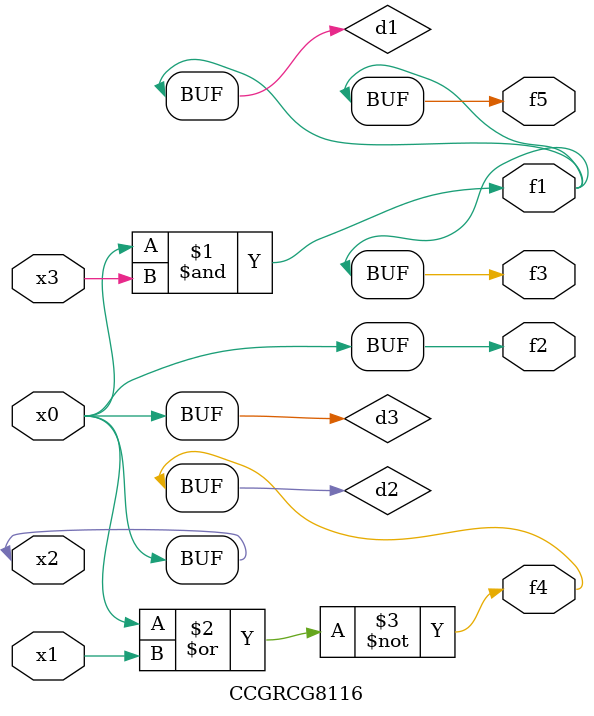
<source format=v>
module CCGRCG8116(
	input x0, x1, x2, x3,
	output f1, f2, f3, f4, f5
);

	wire d1, d2, d3;

	and (d1, x2, x3);
	nor (d2, x0, x1);
	buf (d3, x0, x2);
	assign f1 = d1;
	assign f2 = d3;
	assign f3 = d1;
	assign f4 = d2;
	assign f5 = d1;
endmodule

</source>
